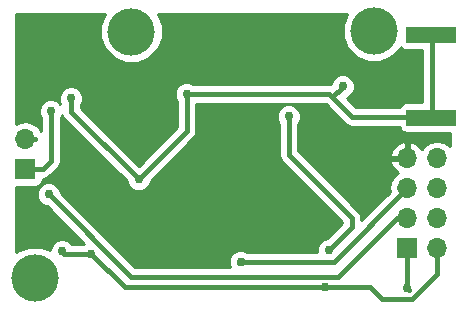
<source format=gbr>
G04 #@! TF.FileFunction,Copper,L2,Bot,Signal*
%FSLAX46Y46*%
G04 Gerber Fmt 4.6, Leading zero omitted, Abs format (unit mm)*
G04 Created by KiCad (PCBNEW 4.0.6) date Monday, October 02, 2017 'PMt' 03:48:25 PM*
%MOMM*%
%LPD*%
G01*
G04 APERTURE LIST*
%ADD10C,0.100000*%
%ADD11C,4.000000*%
%ADD12R,1.700000X1.700000*%
%ADD13O,1.700000X1.700000*%
%ADD14R,4.200000X1.350000*%
%ADD15C,0.762000*%
%ADD16C,0.381000*%
%ADD17C,0.254000*%
G04 APERTURE END LIST*
D10*
D11*
X138976100Y-89979500D03*
X130784600Y-110807500D03*
X159486600Y-89916000D03*
D12*
X162306000Y-108331000D03*
D13*
X164846000Y-108331000D03*
X162306000Y-105791000D03*
X164846000Y-105791000D03*
X162306000Y-103251000D03*
X164846000Y-103251000D03*
X162306000Y-100711000D03*
X164846000Y-100711000D03*
D12*
X129984500Y-101600000D03*
D13*
X129984500Y-99060000D03*
D14*
X164338000Y-97282000D03*
X164338000Y-90282000D03*
D15*
X156845000Y-94615000D03*
X133096000Y-108585000D03*
X135572500Y-108775500D03*
X155384500Y-111633000D03*
X139573000Y-102489000D03*
X143637000Y-95250000D03*
X133858000Y-95631000D03*
X139700000Y-99949000D03*
X152019000Y-101981000D03*
X156210000Y-106426000D03*
X145288000Y-93345000D03*
X155702000Y-108458000D03*
X152273000Y-97155000D03*
X148209000Y-109474000D03*
X131953000Y-103759000D03*
X162306000Y-111696500D03*
X132143500Y-96710500D03*
D16*
X156845000Y-94615000D02*
X156845000Y-94678500D01*
X156845000Y-94678500D02*
X155987750Y-95535750D01*
X133096000Y-108585000D02*
X133286500Y-108775500D01*
X133286500Y-108775500D02*
X135572500Y-108775500D01*
X138430000Y-111633000D02*
X155384500Y-111633000D01*
X135572500Y-108775500D02*
X138430000Y-111633000D01*
X160528000Y-112649000D02*
X160147000Y-112649000D01*
X164846000Y-110490000D02*
X162687000Y-112649000D01*
X164846000Y-108331000D02*
X164846000Y-110490000D01*
X155384500Y-111633000D02*
X159131000Y-111633000D01*
X162687000Y-112649000D02*
X160528000Y-112649000D01*
X160147000Y-112649000D02*
X159131000Y-111633000D01*
X133858000Y-95631000D02*
X133858000Y-96774000D01*
X133858000Y-96774000D02*
X139573000Y-102489000D01*
X143637000Y-95250000D02*
X143637000Y-98425000D01*
X143637000Y-98425000D02*
X139573000Y-102489000D01*
X129984500Y-99060000D02*
X130810000Y-99060000D01*
X164397000Y-97226000D02*
X157678000Y-97226000D01*
X155702000Y-95250000D02*
X143637000Y-95250000D01*
X157678000Y-97226000D02*
X155987750Y-95535750D01*
X155987750Y-95535750D02*
X155702000Y-95250000D01*
X130429000Y-99060000D02*
X130302000Y-99060000D01*
X164397000Y-90226000D02*
X164397000Y-97226000D01*
X139700000Y-97663000D02*
X139700000Y-99949000D01*
X139700000Y-99949000D02*
X139573000Y-100076000D01*
X145288000Y-93345000D02*
X144018000Y-93345000D01*
X144018000Y-93345000D02*
X139700000Y-97663000D01*
X152019000Y-101981000D02*
X152019000Y-102235000D01*
X152019000Y-102235000D02*
X156210000Y-106426000D01*
X152273000Y-97155000D02*
X152273000Y-100393500D01*
X152273000Y-100393500D02*
X157607000Y-105727500D01*
X157607000Y-106553000D02*
X155702000Y-108458000D01*
X157607000Y-105727500D02*
X157607000Y-106553000D01*
X152273000Y-97155000D02*
X152297000Y-97179000D01*
X148209000Y-109474000D02*
X156083000Y-109474000D01*
X156083000Y-109474000D02*
X162306000Y-103251000D01*
X148082000Y-109601000D02*
X148336000Y-109347000D01*
X148209000Y-109474000D02*
X148082000Y-109601000D01*
X148336000Y-109347000D02*
X148336000Y-109601000D01*
X162306000Y-105791000D02*
X161417000Y-105791000D01*
X131953000Y-103759000D02*
X138938000Y-110744000D01*
X156464000Y-110744000D02*
X138938000Y-110744000D01*
X161417000Y-105791000D02*
X156464000Y-110744000D01*
X162306000Y-108331000D02*
X162306000Y-111696500D01*
X162306000Y-111696500D02*
X162433000Y-111823500D01*
X162306000Y-108331000D02*
X162306000Y-108839000D01*
X129984500Y-101600000D02*
X131445000Y-101600000D01*
X132143500Y-100901500D02*
X132143500Y-96710500D01*
X132143500Y-96710500D02*
X132143500Y-96583500D01*
X131445000Y-101600000D02*
X132143500Y-100901500D01*
D17*
G36*
X155404031Y-96119464D02*
X155404033Y-96119467D01*
X157094281Y-97809714D01*
X157094283Y-97809717D01*
X157362095Y-97988663D01*
X157678000Y-98051500D01*
X161677879Y-98051500D01*
X161693838Y-98136317D01*
X161832910Y-98352441D01*
X162045110Y-98497431D01*
X162297000Y-98548440D01*
X165914000Y-98548440D01*
X165914000Y-99653498D01*
X165443378Y-99339039D01*
X164875093Y-99226000D01*
X164816907Y-99226000D01*
X164248622Y-99339039D01*
X163766853Y-99660946D01*
X163577655Y-99944101D01*
X163577645Y-99944076D01*
X163187358Y-99515817D01*
X162662892Y-99269514D01*
X162433000Y-99390181D01*
X162433000Y-100584000D01*
X162453000Y-100584000D01*
X162453000Y-100838000D01*
X162433000Y-100838000D01*
X162433000Y-100858000D01*
X162179000Y-100858000D01*
X162179000Y-100838000D01*
X160985845Y-100838000D01*
X160864524Y-101067890D01*
X161034355Y-101477924D01*
X161424642Y-101906183D01*
X161567553Y-101973298D01*
X161226853Y-102200946D01*
X160904946Y-102682715D01*
X160791907Y-103251000D01*
X160849421Y-103540145D01*
X158432500Y-105957066D01*
X158432500Y-105727500D01*
X158369663Y-105411595D01*
X158369663Y-105411594D01*
X158190717Y-105143783D01*
X153401044Y-100354110D01*
X160864524Y-100354110D01*
X160985845Y-100584000D01*
X162179000Y-100584000D01*
X162179000Y-99390181D01*
X161949108Y-99269514D01*
X161424642Y-99515817D01*
X161034355Y-99944076D01*
X160864524Y-100354110D01*
X153401044Y-100354110D01*
X153098500Y-100051566D01*
X153098500Y-97766528D01*
X153133821Y-97731269D01*
X153288824Y-97357982D01*
X153289176Y-96953792D01*
X153134825Y-96580234D01*
X152849269Y-96294179D01*
X152475982Y-96139176D01*
X152071792Y-96138824D01*
X151698234Y-96293175D01*
X151412179Y-96578731D01*
X151257176Y-96952018D01*
X151256824Y-97356208D01*
X151411175Y-97729766D01*
X151447500Y-97766154D01*
X151447500Y-100393500D01*
X151510337Y-100709406D01*
X151689283Y-100977217D01*
X156781500Y-106069434D01*
X156781500Y-106211066D01*
X155550699Y-107441867D01*
X155500792Y-107441824D01*
X155127234Y-107596175D01*
X154841179Y-107881731D01*
X154686176Y-108255018D01*
X154685833Y-108648500D01*
X148820528Y-108648500D01*
X148785269Y-108613179D01*
X148411982Y-108458176D01*
X148007792Y-108457824D01*
X147634234Y-108612175D01*
X147348179Y-108897731D01*
X147193176Y-109271018D01*
X147192824Y-109675208D01*
X147293350Y-109918500D01*
X139279933Y-109918500D01*
X132969133Y-103607699D01*
X132969176Y-103557792D01*
X132814825Y-103184234D01*
X132529269Y-102898179D01*
X132155982Y-102743176D01*
X131751792Y-102742824D01*
X131378234Y-102897175D01*
X131092179Y-103182731D01*
X130937176Y-103556018D01*
X130936824Y-103960208D01*
X131091175Y-104333766D01*
X131376731Y-104619821D01*
X131750018Y-104774824D01*
X131801435Y-104774869D01*
X134968963Y-107942396D01*
X134961346Y-107950000D01*
X133897696Y-107950000D01*
X133672269Y-107724179D01*
X133298982Y-107569176D01*
X132894792Y-107568824D01*
X132521234Y-107723175D01*
X132235179Y-108008731D01*
X132080176Y-108382018D01*
X132080080Y-108492294D01*
X131311033Y-108172958D01*
X130262766Y-108172043D01*
X129293942Y-108572353D01*
X129234000Y-108632190D01*
X129234000Y-103097440D01*
X130834500Y-103097440D01*
X131069817Y-103053162D01*
X131285941Y-102914090D01*
X131430931Y-102701890D01*
X131481940Y-102450000D01*
X131481940Y-102418152D01*
X131760906Y-102362663D01*
X132028717Y-102183717D01*
X132727217Y-101485217D01*
X132906163Y-101217406D01*
X132969000Y-100901500D01*
X132969000Y-97322028D01*
X133004321Y-97286769D01*
X133092334Y-97074810D01*
X133095337Y-97089906D01*
X133274283Y-97357717D01*
X138556867Y-102640301D01*
X138556824Y-102690208D01*
X138711175Y-103063766D01*
X138996731Y-103349821D01*
X139370018Y-103504824D01*
X139774208Y-103505176D01*
X140147766Y-103350825D01*
X140433821Y-103065269D01*
X140588824Y-102691982D01*
X140588869Y-102640565D01*
X144220717Y-99008717D01*
X144399663Y-98740906D01*
X144462501Y-98425000D01*
X144462500Y-98424995D01*
X144462500Y-96075500D01*
X155360067Y-96075500D01*
X155404031Y-96119464D01*
X155404031Y-96119464D01*
G37*
X155404031Y-96119464D02*
X155404033Y-96119467D01*
X157094281Y-97809714D01*
X157094283Y-97809717D01*
X157362095Y-97988663D01*
X157678000Y-98051500D01*
X161677879Y-98051500D01*
X161693838Y-98136317D01*
X161832910Y-98352441D01*
X162045110Y-98497431D01*
X162297000Y-98548440D01*
X165914000Y-98548440D01*
X165914000Y-99653498D01*
X165443378Y-99339039D01*
X164875093Y-99226000D01*
X164816907Y-99226000D01*
X164248622Y-99339039D01*
X163766853Y-99660946D01*
X163577655Y-99944101D01*
X163577645Y-99944076D01*
X163187358Y-99515817D01*
X162662892Y-99269514D01*
X162433000Y-99390181D01*
X162433000Y-100584000D01*
X162453000Y-100584000D01*
X162453000Y-100838000D01*
X162433000Y-100838000D01*
X162433000Y-100858000D01*
X162179000Y-100858000D01*
X162179000Y-100838000D01*
X160985845Y-100838000D01*
X160864524Y-101067890D01*
X161034355Y-101477924D01*
X161424642Y-101906183D01*
X161567553Y-101973298D01*
X161226853Y-102200946D01*
X160904946Y-102682715D01*
X160791907Y-103251000D01*
X160849421Y-103540145D01*
X158432500Y-105957066D01*
X158432500Y-105727500D01*
X158369663Y-105411595D01*
X158369663Y-105411594D01*
X158190717Y-105143783D01*
X153401044Y-100354110D01*
X160864524Y-100354110D01*
X160985845Y-100584000D01*
X162179000Y-100584000D01*
X162179000Y-99390181D01*
X161949108Y-99269514D01*
X161424642Y-99515817D01*
X161034355Y-99944076D01*
X160864524Y-100354110D01*
X153401044Y-100354110D01*
X153098500Y-100051566D01*
X153098500Y-97766528D01*
X153133821Y-97731269D01*
X153288824Y-97357982D01*
X153289176Y-96953792D01*
X153134825Y-96580234D01*
X152849269Y-96294179D01*
X152475982Y-96139176D01*
X152071792Y-96138824D01*
X151698234Y-96293175D01*
X151412179Y-96578731D01*
X151257176Y-96952018D01*
X151256824Y-97356208D01*
X151411175Y-97729766D01*
X151447500Y-97766154D01*
X151447500Y-100393500D01*
X151510337Y-100709406D01*
X151689283Y-100977217D01*
X156781500Y-106069434D01*
X156781500Y-106211066D01*
X155550699Y-107441867D01*
X155500792Y-107441824D01*
X155127234Y-107596175D01*
X154841179Y-107881731D01*
X154686176Y-108255018D01*
X154685833Y-108648500D01*
X148820528Y-108648500D01*
X148785269Y-108613179D01*
X148411982Y-108458176D01*
X148007792Y-108457824D01*
X147634234Y-108612175D01*
X147348179Y-108897731D01*
X147193176Y-109271018D01*
X147192824Y-109675208D01*
X147293350Y-109918500D01*
X139279933Y-109918500D01*
X132969133Y-103607699D01*
X132969176Y-103557792D01*
X132814825Y-103184234D01*
X132529269Y-102898179D01*
X132155982Y-102743176D01*
X131751792Y-102742824D01*
X131378234Y-102897175D01*
X131092179Y-103182731D01*
X130937176Y-103556018D01*
X130936824Y-103960208D01*
X131091175Y-104333766D01*
X131376731Y-104619821D01*
X131750018Y-104774824D01*
X131801435Y-104774869D01*
X134968963Y-107942396D01*
X134961346Y-107950000D01*
X133897696Y-107950000D01*
X133672269Y-107724179D01*
X133298982Y-107569176D01*
X132894792Y-107568824D01*
X132521234Y-107723175D01*
X132235179Y-108008731D01*
X132080176Y-108382018D01*
X132080080Y-108492294D01*
X131311033Y-108172958D01*
X130262766Y-108172043D01*
X129293942Y-108572353D01*
X129234000Y-108632190D01*
X129234000Y-103097440D01*
X130834500Y-103097440D01*
X131069817Y-103053162D01*
X131285941Y-102914090D01*
X131430931Y-102701890D01*
X131481940Y-102450000D01*
X131481940Y-102418152D01*
X131760906Y-102362663D01*
X132028717Y-102183717D01*
X132727217Y-101485217D01*
X132906163Y-101217406D01*
X132969000Y-100901500D01*
X132969000Y-97322028D01*
X133004321Y-97286769D01*
X133092334Y-97074810D01*
X133095337Y-97089906D01*
X133274283Y-97357717D01*
X138556867Y-102640301D01*
X138556824Y-102690208D01*
X138711175Y-103063766D01*
X138996731Y-103349821D01*
X139370018Y-103504824D01*
X139774208Y-103505176D01*
X140147766Y-103350825D01*
X140433821Y-103065269D01*
X140588824Y-102691982D01*
X140588869Y-102640565D01*
X144220717Y-99008717D01*
X144399663Y-98740906D01*
X144462501Y-98425000D01*
X144462500Y-98424995D01*
X144462500Y-96075500D01*
X155360067Y-96075500D01*
X155404031Y-96119464D01*
G36*
X136743558Y-88484943D02*
X136341558Y-89453067D01*
X136340643Y-90501334D01*
X136740953Y-91470158D01*
X137481543Y-92212042D01*
X138449667Y-92614042D01*
X139497934Y-92614957D01*
X140466758Y-92214647D01*
X141208642Y-91474057D01*
X141610642Y-90505933D01*
X141611557Y-89457666D01*
X141211247Y-88488842D01*
X141189443Y-88467000D01*
X157235141Y-88467000D01*
X156852058Y-89389567D01*
X156851143Y-90437834D01*
X157251453Y-91406658D01*
X157992043Y-92148542D01*
X158960167Y-92550542D01*
X160008434Y-92551457D01*
X160977258Y-92151147D01*
X161719142Y-91410557D01*
X161778430Y-91267776D01*
X161832910Y-91352441D01*
X162045110Y-91497431D01*
X162297000Y-91548440D01*
X163571500Y-91548440D01*
X163571500Y-95903560D01*
X162297000Y-95903560D01*
X162061683Y-95947838D01*
X161845559Y-96086910D01*
X161700569Y-96299110D01*
X161680037Y-96400500D01*
X158019933Y-96400500D01*
X157190846Y-95571413D01*
X157419766Y-95476825D01*
X157705821Y-95191269D01*
X157860824Y-94817982D01*
X157861176Y-94413792D01*
X157706825Y-94040234D01*
X157421269Y-93754179D01*
X157047982Y-93599176D01*
X156643792Y-93598824D01*
X156270234Y-93753175D01*
X155984179Y-94038731D01*
X155829176Y-94412018D01*
X155829143Y-94449790D01*
X155702000Y-94424500D01*
X144248528Y-94424500D01*
X144213269Y-94389179D01*
X143839982Y-94234176D01*
X143435792Y-94233824D01*
X143062234Y-94388175D01*
X142776179Y-94673731D01*
X142621176Y-95047018D01*
X142620824Y-95451208D01*
X142775175Y-95824766D01*
X142811500Y-95861154D01*
X142811500Y-98083066D01*
X139573000Y-101321566D01*
X134683500Y-96432066D01*
X134683500Y-96242528D01*
X134718821Y-96207269D01*
X134873824Y-95833982D01*
X134874176Y-95429792D01*
X134719825Y-95056234D01*
X134434269Y-94770179D01*
X134060982Y-94615176D01*
X133656792Y-94614824D01*
X133283234Y-94769175D01*
X132997179Y-95054731D01*
X132842176Y-95428018D01*
X132841824Y-95832208D01*
X132940340Y-96070636D01*
X132719769Y-95849679D01*
X132346482Y-95694676D01*
X131942292Y-95694324D01*
X131568734Y-95848675D01*
X131282679Y-96134231D01*
X131127676Y-96507518D01*
X131127324Y-96911708D01*
X131281675Y-97285266D01*
X131318000Y-97321654D01*
X131318000Y-98390613D01*
X131063647Y-98009946D01*
X130581878Y-97688039D01*
X130013593Y-97575000D01*
X129955407Y-97575000D01*
X129387122Y-97688039D01*
X129234000Y-97790352D01*
X129234000Y-88467000D01*
X136761532Y-88467000D01*
X136743558Y-88484943D01*
X136743558Y-88484943D01*
G37*
X136743558Y-88484943D02*
X136341558Y-89453067D01*
X136340643Y-90501334D01*
X136740953Y-91470158D01*
X137481543Y-92212042D01*
X138449667Y-92614042D01*
X139497934Y-92614957D01*
X140466758Y-92214647D01*
X141208642Y-91474057D01*
X141610642Y-90505933D01*
X141611557Y-89457666D01*
X141211247Y-88488842D01*
X141189443Y-88467000D01*
X157235141Y-88467000D01*
X156852058Y-89389567D01*
X156851143Y-90437834D01*
X157251453Y-91406658D01*
X157992043Y-92148542D01*
X158960167Y-92550542D01*
X160008434Y-92551457D01*
X160977258Y-92151147D01*
X161719142Y-91410557D01*
X161778430Y-91267776D01*
X161832910Y-91352441D01*
X162045110Y-91497431D01*
X162297000Y-91548440D01*
X163571500Y-91548440D01*
X163571500Y-95903560D01*
X162297000Y-95903560D01*
X162061683Y-95947838D01*
X161845559Y-96086910D01*
X161700569Y-96299110D01*
X161680037Y-96400500D01*
X158019933Y-96400500D01*
X157190846Y-95571413D01*
X157419766Y-95476825D01*
X157705821Y-95191269D01*
X157860824Y-94817982D01*
X157861176Y-94413792D01*
X157706825Y-94040234D01*
X157421269Y-93754179D01*
X157047982Y-93599176D01*
X156643792Y-93598824D01*
X156270234Y-93753175D01*
X155984179Y-94038731D01*
X155829176Y-94412018D01*
X155829143Y-94449790D01*
X155702000Y-94424500D01*
X144248528Y-94424500D01*
X144213269Y-94389179D01*
X143839982Y-94234176D01*
X143435792Y-94233824D01*
X143062234Y-94388175D01*
X142776179Y-94673731D01*
X142621176Y-95047018D01*
X142620824Y-95451208D01*
X142775175Y-95824766D01*
X142811500Y-95861154D01*
X142811500Y-98083066D01*
X139573000Y-101321566D01*
X134683500Y-96432066D01*
X134683500Y-96242528D01*
X134718821Y-96207269D01*
X134873824Y-95833982D01*
X134874176Y-95429792D01*
X134719825Y-95056234D01*
X134434269Y-94770179D01*
X134060982Y-94615176D01*
X133656792Y-94614824D01*
X133283234Y-94769175D01*
X132997179Y-95054731D01*
X132842176Y-95428018D01*
X132841824Y-95832208D01*
X132940340Y-96070636D01*
X132719769Y-95849679D01*
X132346482Y-95694676D01*
X131942292Y-95694324D01*
X131568734Y-95848675D01*
X131282679Y-96134231D01*
X131127676Y-96507518D01*
X131127324Y-96911708D01*
X131281675Y-97285266D01*
X131318000Y-97321654D01*
X131318000Y-98390613D01*
X131063647Y-98009946D01*
X130581878Y-97688039D01*
X130013593Y-97575000D01*
X129955407Y-97575000D01*
X129387122Y-97688039D01*
X129234000Y-97790352D01*
X129234000Y-88467000D01*
X136761532Y-88467000D01*
X136743558Y-88484943D01*
M02*

</source>
